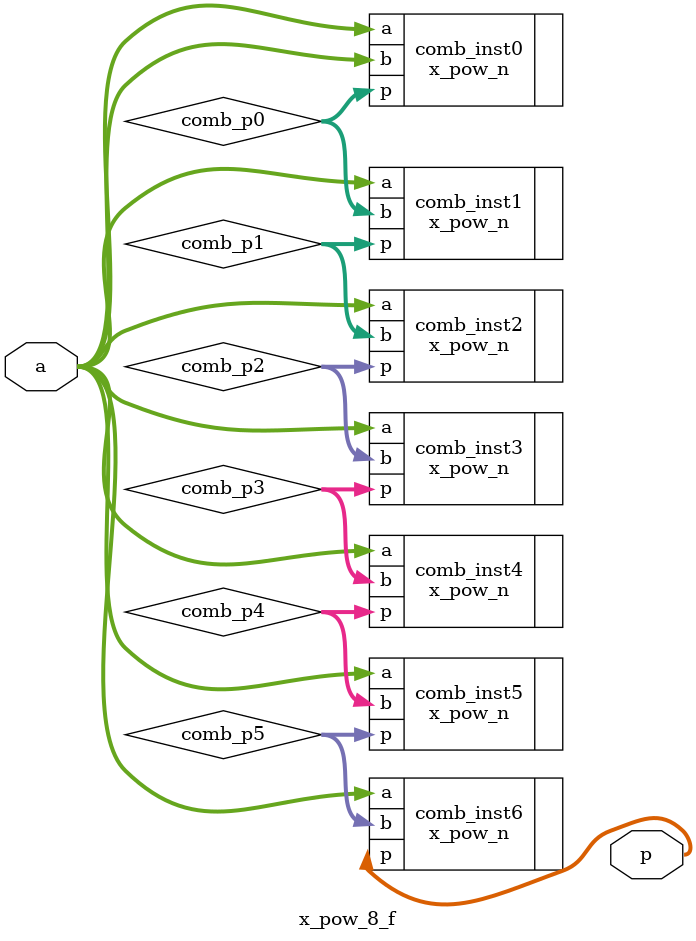
<source format=v>

module x_pow_8_f(
	input  [7:0] a,
	output [7:0] p
);

wire [7:0] comb_p0;
wire [7:0] comb_p1;
wire [7:0] comb_p2;
wire [7:0] comb_p3;
wire [7:0] comb_p4;
wire [7:0] comb_p5;
wire [7:0] comb_p6;
x_pow_n comb_inst0(
.a(a),
.b(a),
.p(comb_p0)
);
x_pow_n comb_inst1(
.a(a),
.b(comb_p0),
.p(comb_p1)
);
x_pow_n comb_inst2(
.a(a),
.b(comb_p1),
.p(comb_p2)
);
x_pow_n comb_inst3(
.a(a),
.b(comb_p2),
.p(comb_p3)
);
x_pow_n comb_inst4(
.a(a),
.b(comb_p3),
.p(comb_p4)
);
x_pow_n comb_inst5(
.a(a),
.b(comb_p4),
.p(comb_p5)
);
x_pow_n comb_inst6(
.a(a),
.b(comb_p5),
.p(p)
);
endmodule

</source>
